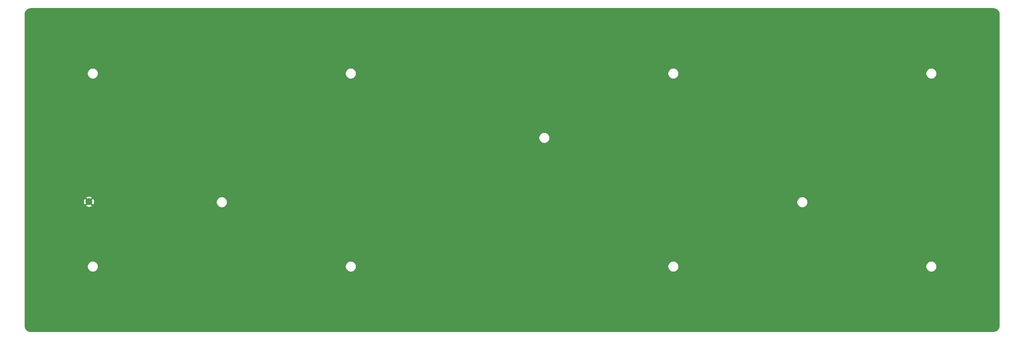
<source format=gbl>
G04 #@! TF.GenerationSoftware,KiCad,Pcbnew,(5.1.6)-1*
G04 #@! TF.CreationDate,2020-07-06T00:16:10-04:00*
G04 #@! TF.ProjectId,ki75rt_PlateBottom,6b693735-7274-45f5-906c-617465426f74,rev?*
G04 #@! TF.SameCoordinates,Original*
G04 #@! TF.FileFunction,Copper,L2,Bot*
G04 #@! TF.FilePolarity,Positive*
%FSLAX46Y46*%
G04 Gerber Fmt 4.6, Leading zero omitted, Abs format (unit mm)*
G04 Created by KiCad (PCBNEW (5.1.6)-1) date 2020-07-06 00:16:10*
%MOMM*%
%LPD*%
G01*
G04 APERTURE LIST*
G04 #@! TA.AperFunction,Conductor*
%ADD10C,2.000000*%
G04 #@! TD*
G04 #@! TA.AperFunction,Conductor*
%ADD11C,0.254000*%
G04 #@! TD*
G04 APERTURE END LIST*
D10*
X46482000Y-85598000D03*
D11*
G36*
X313879993Y-28401241D02*
G01*
X314215444Y-28502520D01*
X314524841Y-28667029D01*
X314796387Y-28888498D01*
X315019750Y-29158497D01*
X315186414Y-29466735D01*
X315290033Y-29801474D01*
X315329501Y-30176988D01*
X315329500Y-122208982D01*
X315292509Y-122586243D01*
X315191231Y-122921693D01*
X315026722Y-123231089D01*
X314805251Y-123502639D01*
X314535253Y-123726000D01*
X314227015Y-123892664D01*
X313892276Y-123996283D01*
X313516771Y-124035750D01*
X29397268Y-124035750D01*
X29020007Y-123998759D01*
X28684557Y-123897481D01*
X28375161Y-123732972D01*
X28103611Y-123511501D01*
X27880250Y-123241503D01*
X27713586Y-122933265D01*
X27609967Y-122598526D01*
X27570500Y-122223021D01*
X27570500Y-104616626D01*
X46017000Y-104616626D01*
X46017000Y-104933374D01*
X46078795Y-105244036D01*
X46200009Y-105536673D01*
X46375985Y-105800040D01*
X46599960Y-106024015D01*
X46863327Y-106199991D01*
X47155964Y-106321205D01*
X47466626Y-106383000D01*
X47783374Y-106383000D01*
X48094036Y-106321205D01*
X48386673Y-106199991D01*
X48650040Y-106024015D01*
X48874015Y-105800040D01*
X49049991Y-105536673D01*
X49171205Y-105244036D01*
X49233000Y-104933374D01*
X49233000Y-104616626D01*
X122217000Y-104616626D01*
X122217000Y-104933374D01*
X122278795Y-105244036D01*
X122400009Y-105536673D01*
X122575985Y-105800040D01*
X122799960Y-106024015D01*
X123063327Y-106199991D01*
X123355964Y-106321205D01*
X123666626Y-106383000D01*
X123983374Y-106383000D01*
X124294036Y-106321205D01*
X124586673Y-106199991D01*
X124850040Y-106024015D01*
X125074015Y-105800040D01*
X125249991Y-105536673D01*
X125371205Y-105244036D01*
X125433000Y-104933374D01*
X125433000Y-104616626D01*
X217467000Y-104616626D01*
X217467000Y-104933374D01*
X217528795Y-105244036D01*
X217650009Y-105536673D01*
X217825985Y-105800040D01*
X218049960Y-106024015D01*
X218313327Y-106199991D01*
X218605964Y-106321205D01*
X218916626Y-106383000D01*
X219233374Y-106383000D01*
X219544036Y-106321205D01*
X219836673Y-106199991D01*
X220100040Y-106024015D01*
X220324015Y-105800040D01*
X220499991Y-105536673D01*
X220621205Y-105244036D01*
X220683000Y-104933374D01*
X220683000Y-104616626D01*
X293667000Y-104616626D01*
X293667000Y-104933374D01*
X293728795Y-105244036D01*
X293850009Y-105536673D01*
X294025985Y-105800040D01*
X294249960Y-106024015D01*
X294513327Y-106199991D01*
X294805964Y-106321205D01*
X295116626Y-106383000D01*
X295433374Y-106383000D01*
X295744036Y-106321205D01*
X296036673Y-106199991D01*
X296300040Y-106024015D01*
X296524015Y-105800040D01*
X296699991Y-105536673D01*
X296821205Y-105244036D01*
X296883000Y-104933374D01*
X296883000Y-104616626D01*
X296821205Y-104305964D01*
X296699991Y-104013327D01*
X296524015Y-103749960D01*
X296300040Y-103525985D01*
X296036673Y-103350009D01*
X295744036Y-103228795D01*
X295433374Y-103167000D01*
X295116626Y-103167000D01*
X294805964Y-103228795D01*
X294513327Y-103350009D01*
X294249960Y-103525985D01*
X294025985Y-103749960D01*
X293850009Y-104013327D01*
X293728795Y-104305964D01*
X293667000Y-104616626D01*
X220683000Y-104616626D01*
X220621205Y-104305964D01*
X220499991Y-104013327D01*
X220324015Y-103749960D01*
X220100040Y-103525985D01*
X219836673Y-103350009D01*
X219544036Y-103228795D01*
X219233374Y-103167000D01*
X218916626Y-103167000D01*
X218605964Y-103228795D01*
X218313327Y-103350009D01*
X218049960Y-103525985D01*
X217825985Y-103749960D01*
X217650009Y-104013327D01*
X217528795Y-104305964D01*
X217467000Y-104616626D01*
X125433000Y-104616626D01*
X125371205Y-104305964D01*
X125249991Y-104013327D01*
X125074015Y-103749960D01*
X124850040Y-103525985D01*
X124586673Y-103350009D01*
X124294036Y-103228795D01*
X123983374Y-103167000D01*
X123666626Y-103167000D01*
X123355964Y-103228795D01*
X123063327Y-103350009D01*
X122799960Y-103525985D01*
X122575985Y-103749960D01*
X122400009Y-104013327D01*
X122278795Y-104305964D01*
X122217000Y-104616626D01*
X49233000Y-104616626D01*
X49171205Y-104305964D01*
X49049991Y-104013327D01*
X48874015Y-103749960D01*
X48650040Y-103525985D01*
X48386673Y-103350009D01*
X48094036Y-103228795D01*
X47783374Y-103167000D01*
X47466626Y-103167000D01*
X47155964Y-103228795D01*
X46863327Y-103350009D01*
X46599960Y-103525985D01*
X46375985Y-103749960D01*
X46200009Y-104013327D01*
X46078795Y-104305964D01*
X46017000Y-104616626D01*
X27570500Y-104616626D01*
X27570500Y-86733413D01*
X45526192Y-86733413D01*
X45621956Y-86997814D01*
X45911571Y-87138704D01*
X46223108Y-87220384D01*
X46544595Y-87239718D01*
X46863675Y-87195961D01*
X47168088Y-87090795D01*
X47342044Y-86997814D01*
X47437808Y-86733413D01*
X46482000Y-85777605D01*
X45526192Y-86733413D01*
X27570500Y-86733413D01*
X27570500Y-85660595D01*
X44840282Y-85660595D01*
X44884039Y-85979675D01*
X44989205Y-86284088D01*
X45082186Y-86458044D01*
X45346587Y-86553808D01*
X46302395Y-85598000D01*
X46661605Y-85598000D01*
X47617413Y-86553808D01*
X47881814Y-86458044D01*
X48022704Y-86168429D01*
X48104384Y-85856892D01*
X48121840Y-85566626D01*
X84117000Y-85566626D01*
X84117000Y-85883374D01*
X84178795Y-86194036D01*
X84300009Y-86486673D01*
X84475985Y-86750040D01*
X84699960Y-86974015D01*
X84963327Y-87149991D01*
X85255964Y-87271205D01*
X85566626Y-87333000D01*
X85883374Y-87333000D01*
X86194036Y-87271205D01*
X86486673Y-87149991D01*
X86750040Y-86974015D01*
X86974015Y-86750040D01*
X87149991Y-86486673D01*
X87271205Y-86194036D01*
X87333000Y-85883374D01*
X87333000Y-85566626D01*
X255567000Y-85566626D01*
X255567000Y-85883374D01*
X255628795Y-86194036D01*
X255750009Y-86486673D01*
X255925985Y-86750040D01*
X256149960Y-86974015D01*
X256413327Y-87149991D01*
X256705964Y-87271205D01*
X257016626Y-87333000D01*
X257333374Y-87333000D01*
X257644036Y-87271205D01*
X257936673Y-87149991D01*
X258200040Y-86974015D01*
X258424015Y-86750040D01*
X258599991Y-86486673D01*
X258721205Y-86194036D01*
X258783000Y-85883374D01*
X258783000Y-85566626D01*
X258721205Y-85255964D01*
X258599991Y-84963327D01*
X258424015Y-84699960D01*
X258200040Y-84475985D01*
X257936673Y-84300009D01*
X257644036Y-84178795D01*
X257333374Y-84117000D01*
X257016626Y-84117000D01*
X256705964Y-84178795D01*
X256413327Y-84300009D01*
X256149960Y-84475985D01*
X255925985Y-84699960D01*
X255750009Y-84963327D01*
X255628795Y-85255964D01*
X255567000Y-85566626D01*
X87333000Y-85566626D01*
X87271205Y-85255964D01*
X87149991Y-84963327D01*
X86974015Y-84699960D01*
X86750040Y-84475985D01*
X86486673Y-84300009D01*
X86194036Y-84178795D01*
X85883374Y-84117000D01*
X85566626Y-84117000D01*
X85255964Y-84178795D01*
X84963327Y-84300009D01*
X84699960Y-84475985D01*
X84475985Y-84699960D01*
X84300009Y-84963327D01*
X84178795Y-85255964D01*
X84117000Y-85566626D01*
X48121840Y-85566626D01*
X48123718Y-85535405D01*
X48079961Y-85216325D01*
X47974795Y-84911912D01*
X47881814Y-84737956D01*
X47617413Y-84642192D01*
X46661605Y-85598000D01*
X46302395Y-85598000D01*
X45346587Y-84642192D01*
X45082186Y-84737956D01*
X44941296Y-85027571D01*
X44859616Y-85339108D01*
X44840282Y-85660595D01*
X27570500Y-85660595D01*
X27570500Y-84462587D01*
X45526192Y-84462587D01*
X46482000Y-85418395D01*
X47437808Y-84462587D01*
X47342044Y-84198186D01*
X47052429Y-84057296D01*
X46740892Y-83975616D01*
X46419405Y-83956282D01*
X46100325Y-84000039D01*
X45795912Y-84105205D01*
X45621956Y-84198186D01*
X45526192Y-84462587D01*
X27570500Y-84462587D01*
X27570500Y-66516626D01*
X179367000Y-66516626D01*
X179367000Y-66833374D01*
X179428795Y-67144036D01*
X179550009Y-67436673D01*
X179725985Y-67700040D01*
X179949960Y-67924015D01*
X180213327Y-68099991D01*
X180505964Y-68221205D01*
X180816626Y-68283000D01*
X181133374Y-68283000D01*
X181444036Y-68221205D01*
X181736673Y-68099991D01*
X182000040Y-67924015D01*
X182224015Y-67700040D01*
X182399991Y-67436673D01*
X182521205Y-67144036D01*
X182583000Y-66833374D01*
X182583000Y-66516626D01*
X182521205Y-66205964D01*
X182399991Y-65913327D01*
X182224015Y-65649960D01*
X182000040Y-65425985D01*
X181736673Y-65250009D01*
X181444036Y-65128795D01*
X181133374Y-65067000D01*
X180816626Y-65067000D01*
X180505964Y-65128795D01*
X180213327Y-65250009D01*
X179949960Y-65425985D01*
X179725985Y-65649960D01*
X179550009Y-65913327D01*
X179428795Y-66205964D01*
X179367000Y-66516626D01*
X27570500Y-66516626D01*
X27570500Y-47466626D01*
X46017000Y-47466626D01*
X46017000Y-47783374D01*
X46078795Y-48094036D01*
X46200009Y-48386673D01*
X46375985Y-48650040D01*
X46599960Y-48874015D01*
X46863327Y-49049991D01*
X47155964Y-49171205D01*
X47466626Y-49233000D01*
X47783374Y-49233000D01*
X48094036Y-49171205D01*
X48386673Y-49049991D01*
X48650040Y-48874015D01*
X48874015Y-48650040D01*
X49049991Y-48386673D01*
X49171205Y-48094036D01*
X49233000Y-47783374D01*
X49233000Y-47466626D01*
X122217000Y-47466626D01*
X122217000Y-47783374D01*
X122278795Y-48094036D01*
X122400009Y-48386673D01*
X122575985Y-48650040D01*
X122799960Y-48874015D01*
X123063327Y-49049991D01*
X123355964Y-49171205D01*
X123666626Y-49233000D01*
X123983374Y-49233000D01*
X124294036Y-49171205D01*
X124586673Y-49049991D01*
X124850040Y-48874015D01*
X125074015Y-48650040D01*
X125249991Y-48386673D01*
X125371205Y-48094036D01*
X125433000Y-47783374D01*
X125433000Y-47466626D01*
X217467000Y-47466626D01*
X217467000Y-47783374D01*
X217528795Y-48094036D01*
X217650009Y-48386673D01*
X217825985Y-48650040D01*
X218049960Y-48874015D01*
X218313327Y-49049991D01*
X218605964Y-49171205D01*
X218916626Y-49233000D01*
X219233374Y-49233000D01*
X219544036Y-49171205D01*
X219836673Y-49049991D01*
X220100040Y-48874015D01*
X220324015Y-48650040D01*
X220499991Y-48386673D01*
X220621205Y-48094036D01*
X220683000Y-47783374D01*
X220683000Y-47466626D01*
X293667000Y-47466626D01*
X293667000Y-47783374D01*
X293728795Y-48094036D01*
X293850009Y-48386673D01*
X294025985Y-48650040D01*
X294249960Y-48874015D01*
X294513327Y-49049991D01*
X294805964Y-49171205D01*
X295116626Y-49233000D01*
X295433374Y-49233000D01*
X295744036Y-49171205D01*
X296036673Y-49049991D01*
X296300040Y-48874015D01*
X296524015Y-48650040D01*
X296699991Y-48386673D01*
X296821205Y-48094036D01*
X296883000Y-47783374D01*
X296883000Y-47466626D01*
X296821205Y-47155964D01*
X296699991Y-46863327D01*
X296524015Y-46599960D01*
X296300040Y-46375985D01*
X296036673Y-46200009D01*
X295744036Y-46078795D01*
X295433374Y-46017000D01*
X295116626Y-46017000D01*
X294805964Y-46078795D01*
X294513327Y-46200009D01*
X294249960Y-46375985D01*
X294025985Y-46599960D01*
X293850009Y-46863327D01*
X293728795Y-47155964D01*
X293667000Y-47466626D01*
X220683000Y-47466626D01*
X220621205Y-47155964D01*
X220499991Y-46863327D01*
X220324015Y-46599960D01*
X220100040Y-46375985D01*
X219836673Y-46200009D01*
X219544036Y-46078795D01*
X219233374Y-46017000D01*
X218916626Y-46017000D01*
X218605964Y-46078795D01*
X218313327Y-46200009D01*
X218049960Y-46375985D01*
X217825985Y-46599960D01*
X217650009Y-46863327D01*
X217528795Y-47155964D01*
X217467000Y-47466626D01*
X125433000Y-47466626D01*
X125371205Y-47155964D01*
X125249991Y-46863327D01*
X125074015Y-46599960D01*
X124850040Y-46375985D01*
X124586673Y-46200009D01*
X124294036Y-46078795D01*
X123983374Y-46017000D01*
X123666626Y-46017000D01*
X123355964Y-46078795D01*
X123063327Y-46200009D01*
X122799960Y-46375985D01*
X122575985Y-46599960D01*
X122400009Y-46863327D01*
X122278795Y-47155964D01*
X122217000Y-47466626D01*
X49233000Y-47466626D01*
X49171205Y-47155964D01*
X49049991Y-46863327D01*
X48874015Y-46599960D01*
X48650040Y-46375985D01*
X48386673Y-46200009D01*
X48094036Y-46078795D01*
X47783374Y-46017000D01*
X47466626Y-46017000D01*
X47155964Y-46078795D01*
X46863327Y-46200009D01*
X46599960Y-46375985D01*
X46375985Y-46599960D01*
X46200009Y-46863327D01*
X46078795Y-47155964D01*
X46017000Y-47466626D01*
X27570500Y-47466626D01*
X27570500Y-30191018D01*
X27607491Y-29813757D01*
X27708770Y-29478306D01*
X27873279Y-29168909D01*
X28094748Y-28897363D01*
X28364747Y-28674000D01*
X28672985Y-28507336D01*
X29007724Y-28403717D01*
X29383229Y-28364250D01*
X313502732Y-28364250D01*
X313879993Y-28401241D01*
G37*
X313879993Y-28401241D02*
X314215444Y-28502520D01*
X314524841Y-28667029D01*
X314796387Y-28888498D01*
X315019750Y-29158497D01*
X315186414Y-29466735D01*
X315290033Y-29801474D01*
X315329501Y-30176988D01*
X315329500Y-122208982D01*
X315292509Y-122586243D01*
X315191231Y-122921693D01*
X315026722Y-123231089D01*
X314805251Y-123502639D01*
X314535253Y-123726000D01*
X314227015Y-123892664D01*
X313892276Y-123996283D01*
X313516771Y-124035750D01*
X29397268Y-124035750D01*
X29020007Y-123998759D01*
X28684557Y-123897481D01*
X28375161Y-123732972D01*
X28103611Y-123511501D01*
X27880250Y-123241503D01*
X27713586Y-122933265D01*
X27609967Y-122598526D01*
X27570500Y-122223021D01*
X27570500Y-104616626D01*
X46017000Y-104616626D01*
X46017000Y-104933374D01*
X46078795Y-105244036D01*
X46200009Y-105536673D01*
X46375985Y-105800040D01*
X46599960Y-106024015D01*
X46863327Y-106199991D01*
X47155964Y-106321205D01*
X47466626Y-106383000D01*
X47783374Y-106383000D01*
X48094036Y-106321205D01*
X48386673Y-106199991D01*
X48650040Y-106024015D01*
X48874015Y-105800040D01*
X49049991Y-105536673D01*
X49171205Y-105244036D01*
X49233000Y-104933374D01*
X49233000Y-104616626D01*
X122217000Y-104616626D01*
X122217000Y-104933374D01*
X122278795Y-105244036D01*
X122400009Y-105536673D01*
X122575985Y-105800040D01*
X122799960Y-106024015D01*
X123063327Y-106199991D01*
X123355964Y-106321205D01*
X123666626Y-106383000D01*
X123983374Y-106383000D01*
X124294036Y-106321205D01*
X124586673Y-106199991D01*
X124850040Y-106024015D01*
X125074015Y-105800040D01*
X125249991Y-105536673D01*
X125371205Y-105244036D01*
X125433000Y-104933374D01*
X125433000Y-104616626D01*
X217467000Y-104616626D01*
X217467000Y-104933374D01*
X217528795Y-105244036D01*
X217650009Y-105536673D01*
X217825985Y-105800040D01*
X218049960Y-106024015D01*
X218313327Y-106199991D01*
X218605964Y-106321205D01*
X218916626Y-106383000D01*
X219233374Y-106383000D01*
X219544036Y-106321205D01*
X219836673Y-106199991D01*
X220100040Y-106024015D01*
X220324015Y-105800040D01*
X220499991Y-105536673D01*
X220621205Y-105244036D01*
X220683000Y-104933374D01*
X220683000Y-104616626D01*
X293667000Y-104616626D01*
X293667000Y-104933374D01*
X293728795Y-105244036D01*
X293850009Y-105536673D01*
X294025985Y-105800040D01*
X294249960Y-106024015D01*
X294513327Y-106199991D01*
X294805964Y-106321205D01*
X295116626Y-106383000D01*
X295433374Y-106383000D01*
X295744036Y-106321205D01*
X296036673Y-106199991D01*
X296300040Y-106024015D01*
X296524015Y-105800040D01*
X296699991Y-105536673D01*
X296821205Y-105244036D01*
X296883000Y-104933374D01*
X296883000Y-104616626D01*
X296821205Y-104305964D01*
X296699991Y-104013327D01*
X296524015Y-103749960D01*
X296300040Y-103525985D01*
X296036673Y-103350009D01*
X295744036Y-103228795D01*
X295433374Y-103167000D01*
X295116626Y-103167000D01*
X294805964Y-103228795D01*
X294513327Y-103350009D01*
X294249960Y-103525985D01*
X294025985Y-103749960D01*
X293850009Y-104013327D01*
X293728795Y-104305964D01*
X293667000Y-104616626D01*
X220683000Y-104616626D01*
X220621205Y-104305964D01*
X220499991Y-104013327D01*
X220324015Y-103749960D01*
X220100040Y-103525985D01*
X219836673Y-103350009D01*
X219544036Y-103228795D01*
X219233374Y-103167000D01*
X218916626Y-103167000D01*
X218605964Y-103228795D01*
X218313327Y-103350009D01*
X218049960Y-103525985D01*
X217825985Y-103749960D01*
X217650009Y-104013327D01*
X217528795Y-104305964D01*
X217467000Y-104616626D01*
X125433000Y-104616626D01*
X125371205Y-104305964D01*
X125249991Y-104013327D01*
X125074015Y-103749960D01*
X124850040Y-103525985D01*
X124586673Y-103350009D01*
X124294036Y-103228795D01*
X123983374Y-103167000D01*
X123666626Y-103167000D01*
X123355964Y-103228795D01*
X123063327Y-103350009D01*
X122799960Y-103525985D01*
X122575985Y-103749960D01*
X122400009Y-104013327D01*
X122278795Y-104305964D01*
X122217000Y-104616626D01*
X49233000Y-104616626D01*
X49171205Y-104305964D01*
X49049991Y-104013327D01*
X48874015Y-103749960D01*
X48650040Y-103525985D01*
X48386673Y-103350009D01*
X48094036Y-103228795D01*
X47783374Y-103167000D01*
X47466626Y-103167000D01*
X47155964Y-103228795D01*
X46863327Y-103350009D01*
X46599960Y-103525985D01*
X46375985Y-103749960D01*
X46200009Y-104013327D01*
X46078795Y-104305964D01*
X46017000Y-104616626D01*
X27570500Y-104616626D01*
X27570500Y-86733413D01*
X45526192Y-86733413D01*
X45621956Y-86997814D01*
X45911571Y-87138704D01*
X46223108Y-87220384D01*
X46544595Y-87239718D01*
X46863675Y-87195961D01*
X47168088Y-87090795D01*
X47342044Y-86997814D01*
X47437808Y-86733413D01*
X46482000Y-85777605D01*
X45526192Y-86733413D01*
X27570500Y-86733413D01*
X27570500Y-85660595D01*
X44840282Y-85660595D01*
X44884039Y-85979675D01*
X44989205Y-86284088D01*
X45082186Y-86458044D01*
X45346587Y-86553808D01*
X46302395Y-85598000D01*
X46661605Y-85598000D01*
X47617413Y-86553808D01*
X47881814Y-86458044D01*
X48022704Y-86168429D01*
X48104384Y-85856892D01*
X48121840Y-85566626D01*
X84117000Y-85566626D01*
X84117000Y-85883374D01*
X84178795Y-86194036D01*
X84300009Y-86486673D01*
X84475985Y-86750040D01*
X84699960Y-86974015D01*
X84963327Y-87149991D01*
X85255964Y-87271205D01*
X85566626Y-87333000D01*
X85883374Y-87333000D01*
X86194036Y-87271205D01*
X86486673Y-87149991D01*
X86750040Y-86974015D01*
X86974015Y-86750040D01*
X87149991Y-86486673D01*
X87271205Y-86194036D01*
X87333000Y-85883374D01*
X87333000Y-85566626D01*
X255567000Y-85566626D01*
X255567000Y-85883374D01*
X255628795Y-86194036D01*
X255750009Y-86486673D01*
X255925985Y-86750040D01*
X256149960Y-86974015D01*
X256413327Y-87149991D01*
X256705964Y-87271205D01*
X257016626Y-87333000D01*
X257333374Y-87333000D01*
X257644036Y-87271205D01*
X257936673Y-87149991D01*
X258200040Y-86974015D01*
X258424015Y-86750040D01*
X258599991Y-86486673D01*
X258721205Y-86194036D01*
X258783000Y-85883374D01*
X258783000Y-85566626D01*
X258721205Y-85255964D01*
X258599991Y-84963327D01*
X258424015Y-84699960D01*
X258200040Y-84475985D01*
X257936673Y-84300009D01*
X257644036Y-84178795D01*
X257333374Y-84117000D01*
X257016626Y-84117000D01*
X256705964Y-84178795D01*
X256413327Y-84300009D01*
X256149960Y-84475985D01*
X255925985Y-84699960D01*
X255750009Y-84963327D01*
X255628795Y-85255964D01*
X255567000Y-85566626D01*
X87333000Y-85566626D01*
X87271205Y-85255964D01*
X87149991Y-84963327D01*
X86974015Y-84699960D01*
X86750040Y-84475985D01*
X86486673Y-84300009D01*
X86194036Y-84178795D01*
X85883374Y-84117000D01*
X85566626Y-84117000D01*
X85255964Y-84178795D01*
X84963327Y-84300009D01*
X84699960Y-84475985D01*
X84475985Y-84699960D01*
X84300009Y-84963327D01*
X84178795Y-85255964D01*
X84117000Y-85566626D01*
X48121840Y-85566626D01*
X48123718Y-85535405D01*
X48079961Y-85216325D01*
X47974795Y-84911912D01*
X47881814Y-84737956D01*
X47617413Y-84642192D01*
X46661605Y-85598000D01*
X46302395Y-85598000D01*
X45346587Y-84642192D01*
X45082186Y-84737956D01*
X44941296Y-85027571D01*
X44859616Y-85339108D01*
X44840282Y-85660595D01*
X27570500Y-85660595D01*
X27570500Y-84462587D01*
X45526192Y-84462587D01*
X46482000Y-85418395D01*
X47437808Y-84462587D01*
X47342044Y-84198186D01*
X47052429Y-84057296D01*
X46740892Y-83975616D01*
X46419405Y-83956282D01*
X46100325Y-84000039D01*
X45795912Y-84105205D01*
X45621956Y-84198186D01*
X45526192Y-84462587D01*
X27570500Y-84462587D01*
X27570500Y-66516626D01*
X179367000Y-66516626D01*
X179367000Y-66833374D01*
X179428795Y-67144036D01*
X179550009Y-67436673D01*
X179725985Y-67700040D01*
X179949960Y-67924015D01*
X180213327Y-68099991D01*
X180505964Y-68221205D01*
X180816626Y-68283000D01*
X181133374Y-68283000D01*
X181444036Y-68221205D01*
X181736673Y-68099991D01*
X182000040Y-67924015D01*
X182224015Y-67700040D01*
X182399991Y-67436673D01*
X182521205Y-67144036D01*
X182583000Y-66833374D01*
X182583000Y-66516626D01*
X182521205Y-66205964D01*
X182399991Y-65913327D01*
X182224015Y-65649960D01*
X182000040Y-65425985D01*
X181736673Y-65250009D01*
X181444036Y-65128795D01*
X181133374Y-65067000D01*
X180816626Y-65067000D01*
X180505964Y-65128795D01*
X180213327Y-65250009D01*
X179949960Y-65425985D01*
X179725985Y-65649960D01*
X179550009Y-65913327D01*
X179428795Y-66205964D01*
X179367000Y-66516626D01*
X27570500Y-66516626D01*
X27570500Y-47466626D01*
X46017000Y-47466626D01*
X46017000Y-47783374D01*
X46078795Y-48094036D01*
X46200009Y-48386673D01*
X46375985Y-48650040D01*
X46599960Y-48874015D01*
X46863327Y-49049991D01*
X47155964Y-49171205D01*
X47466626Y-49233000D01*
X47783374Y-49233000D01*
X48094036Y-49171205D01*
X48386673Y-49049991D01*
X48650040Y-48874015D01*
X48874015Y-48650040D01*
X49049991Y-48386673D01*
X49171205Y-48094036D01*
X49233000Y-47783374D01*
X49233000Y-47466626D01*
X122217000Y-47466626D01*
X122217000Y-47783374D01*
X122278795Y-48094036D01*
X122400009Y-48386673D01*
X122575985Y-48650040D01*
X122799960Y-48874015D01*
X123063327Y-49049991D01*
X123355964Y-49171205D01*
X123666626Y-49233000D01*
X123983374Y-49233000D01*
X124294036Y-49171205D01*
X124586673Y-49049991D01*
X124850040Y-48874015D01*
X125074015Y-48650040D01*
X125249991Y-48386673D01*
X125371205Y-48094036D01*
X125433000Y-47783374D01*
X125433000Y-47466626D01*
X217467000Y-47466626D01*
X217467000Y-47783374D01*
X217528795Y-48094036D01*
X217650009Y-48386673D01*
X217825985Y-48650040D01*
X218049960Y-48874015D01*
X218313327Y-49049991D01*
X218605964Y-49171205D01*
X218916626Y-49233000D01*
X219233374Y-49233000D01*
X219544036Y-49171205D01*
X219836673Y-49049991D01*
X220100040Y-48874015D01*
X220324015Y-48650040D01*
X220499991Y-48386673D01*
X220621205Y-48094036D01*
X220683000Y-47783374D01*
X220683000Y-47466626D01*
X293667000Y-47466626D01*
X293667000Y-47783374D01*
X293728795Y-48094036D01*
X293850009Y-48386673D01*
X294025985Y-48650040D01*
X294249960Y-48874015D01*
X294513327Y-49049991D01*
X294805964Y-49171205D01*
X295116626Y-49233000D01*
X295433374Y-49233000D01*
X295744036Y-49171205D01*
X296036673Y-49049991D01*
X296300040Y-48874015D01*
X296524015Y-48650040D01*
X296699991Y-48386673D01*
X296821205Y-48094036D01*
X296883000Y-47783374D01*
X296883000Y-47466626D01*
X296821205Y-47155964D01*
X296699991Y-46863327D01*
X296524015Y-46599960D01*
X296300040Y-46375985D01*
X296036673Y-46200009D01*
X295744036Y-46078795D01*
X295433374Y-46017000D01*
X295116626Y-46017000D01*
X294805964Y-46078795D01*
X294513327Y-46200009D01*
X294249960Y-46375985D01*
X294025985Y-46599960D01*
X293850009Y-46863327D01*
X293728795Y-47155964D01*
X293667000Y-47466626D01*
X220683000Y-47466626D01*
X220621205Y-47155964D01*
X220499991Y-46863327D01*
X220324015Y-46599960D01*
X220100040Y-46375985D01*
X219836673Y-46200009D01*
X219544036Y-46078795D01*
X219233374Y-46017000D01*
X218916626Y-46017000D01*
X218605964Y-46078795D01*
X218313327Y-46200009D01*
X218049960Y-46375985D01*
X217825985Y-46599960D01*
X217650009Y-46863327D01*
X217528795Y-47155964D01*
X217467000Y-47466626D01*
X125433000Y-47466626D01*
X125371205Y-47155964D01*
X125249991Y-46863327D01*
X125074015Y-46599960D01*
X124850040Y-46375985D01*
X124586673Y-46200009D01*
X124294036Y-46078795D01*
X123983374Y-46017000D01*
X123666626Y-46017000D01*
X123355964Y-46078795D01*
X123063327Y-46200009D01*
X122799960Y-46375985D01*
X122575985Y-46599960D01*
X122400009Y-46863327D01*
X122278795Y-47155964D01*
X122217000Y-47466626D01*
X49233000Y-47466626D01*
X49171205Y-47155964D01*
X49049991Y-46863327D01*
X48874015Y-46599960D01*
X48650040Y-46375985D01*
X48386673Y-46200009D01*
X48094036Y-46078795D01*
X47783374Y-46017000D01*
X47466626Y-46017000D01*
X47155964Y-46078795D01*
X46863327Y-46200009D01*
X46599960Y-46375985D01*
X46375985Y-46599960D01*
X46200009Y-46863327D01*
X46078795Y-47155964D01*
X46017000Y-47466626D01*
X27570500Y-47466626D01*
X27570500Y-30191018D01*
X27607491Y-29813757D01*
X27708770Y-29478306D01*
X27873279Y-29168909D01*
X28094748Y-28897363D01*
X28364747Y-28674000D01*
X28672985Y-28507336D01*
X29007724Y-28403717D01*
X29383229Y-28364250D01*
X313502732Y-28364250D01*
X313879993Y-28401241D01*
M02*

</source>
